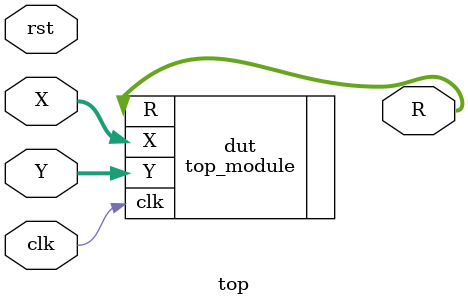
<source format=sv>
module top (
  input logic clk,
  input logic rst,
  input logic [17:0] X,
  input logic [17:0] Y,
  output logic [17:0] R
);

  top_module dut (
    .clk(clk),
    .X(X),
    .Y(Y),
    .R(R)
  );

endmodule

</source>
